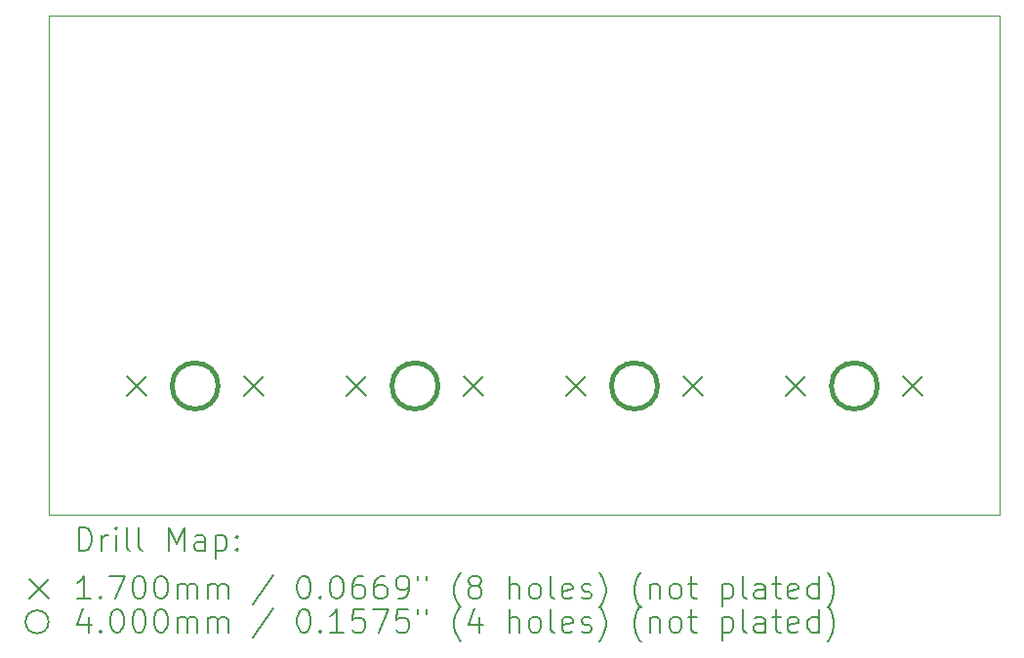
<source format=gbr>
%TF.GenerationSoftware,KiCad,Pcbnew,9.0.6*%
%TF.CreationDate,2025-12-02T23:32:15+00:00*%
%TF.ProjectId,MyPCB,4d795043-422e-46b6-9963-61645f706362,rev?*%
%TF.SameCoordinates,Original*%
%TF.FileFunction,Drillmap*%
%TF.FilePolarity,Positive*%
%FSLAX45Y45*%
G04 Gerber Fmt 4.5, Leading zero omitted, Abs format (unit mm)*
G04 Created by KiCad (PCBNEW 9.0.6) date 2025-12-02 23:32:15*
%MOMM*%
%LPD*%
G01*
G04 APERTURE LIST*
%ADD10C,0.050000*%
%ADD11C,0.200000*%
%ADD12C,0.170000*%
%ADD13C,0.400000*%
G04 APERTURE END LIST*
D10*
X15920000Y-8339000D02*
X24163000Y-8339000D01*
X24163000Y-12674000D01*
X15920000Y-12674000D01*
X15920000Y-8339000D01*
D11*
D12*
X16595000Y-11472000D02*
X16765000Y-11642000D01*
X16765000Y-11472000D02*
X16595000Y-11642000D01*
X17611000Y-11472000D02*
X17781000Y-11642000D01*
X17781000Y-11472000D02*
X17611000Y-11642000D01*
X18502333Y-11472000D02*
X18672333Y-11642000D01*
X18672333Y-11472000D02*
X18502333Y-11642000D01*
X19518333Y-11472000D02*
X19688333Y-11642000D01*
X19688333Y-11472000D02*
X19518333Y-11642000D01*
X20406000Y-11472000D02*
X20576000Y-11642000D01*
X20576000Y-11472000D02*
X20406000Y-11642000D01*
X21422000Y-11472000D02*
X21592000Y-11642000D01*
X21592000Y-11472000D02*
X21422000Y-11642000D01*
X22313000Y-11472000D02*
X22483000Y-11642000D01*
X22483000Y-11472000D02*
X22313000Y-11642000D01*
X23329000Y-11472000D02*
X23499000Y-11642000D01*
X23499000Y-11472000D02*
X23329000Y-11642000D01*
D13*
X17388000Y-11557000D02*
G75*
G02*
X16988000Y-11557000I-200000J0D01*
G01*
X16988000Y-11557000D02*
G75*
G02*
X17388000Y-11557000I200000J0D01*
G01*
X19295333Y-11557000D02*
G75*
G02*
X18895333Y-11557000I-200000J0D01*
G01*
X18895333Y-11557000D02*
G75*
G02*
X19295333Y-11557000I200000J0D01*
G01*
X21199000Y-11557000D02*
G75*
G02*
X20799000Y-11557000I-200000J0D01*
G01*
X20799000Y-11557000D02*
G75*
G02*
X21199000Y-11557000I200000J0D01*
G01*
X23106000Y-11557000D02*
G75*
G02*
X22706000Y-11557000I-200000J0D01*
G01*
X22706000Y-11557000D02*
G75*
G02*
X23106000Y-11557000I200000J0D01*
G01*
D11*
X16178277Y-12987984D02*
X16178277Y-12787984D01*
X16178277Y-12787984D02*
X16225896Y-12787984D01*
X16225896Y-12787984D02*
X16254467Y-12797508D01*
X16254467Y-12797508D02*
X16273515Y-12816555D01*
X16273515Y-12816555D02*
X16283039Y-12835603D01*
X16283039Y-12835603D02*
X16292562Y-12873698D01*
X16292562Y-12873698D02*
X16292562Y-12902269D01*
X16292562Y-12902269D02*
X16283039Y-12940365D01*
X16283039Y-12940365D02*
X16273515Y-12959412D01*
X16273515Y-12959412D02*
X16254467Y-12978460D01*
X16254467Y-12978460D02*
X16225896Y-12987984D01*
X16225896Y-12987984D02*
X16178277Y-12987984D01*
X16378277Y-12987984D02*
X16378277Y-12854650D01*
X16378277Y-12892746D02*
X16387801Y-12873698D01*
X16387801Y-12873698D02*
X16397324Y-12864174D01*
X16397324Y-12864174D02*
X16416372Y-12854650D01*
X16416372Y-12854650D02*
X16435420Y-12854650D01*
X16502086Y-12987984D02*
X16502086Y-12854650D01*
X16502086Y-12787984D02*
X16492562Y-12797508D01*
X16492562Y-12797508D02*
X16502086Y-12807031D01*
X16502086Y-12807031D02*
X16511610Y-12797508D01*
X16511610Y-12797508D02*
X16502086Y-12787984D01*
X16502086Y-12787984D02*
X16502086Y-12807031D01*
X16625896Y-12987984D02*
X16606848Y-12978460D01*
X16606848Y-12978460D02*
X16597324Y-12959412D01*
X16597324Y-12959412D02*
X16597324Y-12787984D01*
X16730658Y-12987984D02*
X16711610Y-12978460D01*
X16711610Y-12978460D02*
X16702086Y-12959412D01*
X16702086Y-12959412D02*
X16702086Y-12787984D01*
X16959229Y-12987984D02*
X16959229Y-12787984D01*
X16959229Y-12787984D02*
X17025896Y-12930841D01*
X17025896Y-12930841D02*
X17092563Y-12787984D01*
X17092563Y-12787984D02*
X17092563Y-12987984D01*
X17273515Y-12987984D02*
X17273515Y-12883222D01*
X17273515Y-12883222D02*
X17263991Y-12864174D01*
X17263991Y-12864174D02*
X17244944Y-12854650D01*
X17244944Y-12854650D02*
X17206848Y-12854650D01*
X17206848Y-12854650D02*
X17187801Y-12864174D01*
X17273515Y-12978460D02*
X17254467Y-12987984D01*
X17254467Y-12987984D02*
X17206848Y-12987984D01*
X17206848Y-12987984D02*
X17187801Y-12978460D01*
X17187801Y-12978460D02*
X17178277Y-12959412D01*
X17178277Y-12959412D02*
X17178277Y-12940365D01*
X17178277Y-12940365D02*
X17187801Y-12921317D01*
X17187801Y-12921317D02*
X17206848Y-12911793D01*
X17206848Y-12911793D02*
X17254467Y-12911793D01*
X17254467Y-12911793D02*
X17273515Y-12902269D01*
X17368753Y-12854650D02*
X17368753Y-13054650D01*
X17368753Y-12864174D02*
X17387801Y-12854650D01*
X17387801Y-12854650D02*
X17425896Y-12854650D01*
X17425896Y-12854650D02*
X17444944Y-12864174D01*
X17444944Y-12864174D02*
X17454467Y-12873698D01*
X17454467Y-12873698D02*
X17463991Y-12892746D01*
X17463991Y-12892746D02*
X17463991Y-12949888D01*
X17463991Y-12949888D02*
X17454467Y-12968936D01*
X17454467Y-12968936D02*
X17444944Y-12978460D01*
X17444944Y-12978460D02*
X17425896Y-12987984D01*
X17425896Y-12987984D02*
X17387801Y-12987984D01*
X17387801Y-12987984D02*
X17368753Y-12978460D01*
X17549705Y-12968936D02*
X17559229Y-12978460D01*
X17559229Y-12978460D02*
X17549705Y-12987984D01*
X17549705Y-12987984D02*
X17540182Y-12978460D01*
X17540182Y-12978460D02*
X17549705Y-12968936D01*
X17549705Y-12968936D02*
X17549705Y-12987984D01*
X17549705Y-12864174D02*
X17559229Y-12873698D01*
X17559229Y-12873698D02*
X17549705Y-12883222D01*
X17549705Y-12883222D02*
X17540182Y-12873698D01*
X17540182Y-12873698D02*
X17549705Y-12864174D01*
X17549705Y-12864174D02*
X17549705Y-12883222D01*
D12*
X15747500Y-13231500D02*
X15917500Y-13401500D01*
X15917500Y-13231500D02*
X15747500Y-13401500D01*
D11*
X16283039Y-13407984D02*
X16168753Y-13407984D01*
X16225896Y-13407984D02*
X16225896Y-13207984D01*
X16225896Y-13207984D02*
X16206848Y-13236555D01*
X16206848Y-13236555D02*
X16187801Y-13255603D01*
X16187801Y-13255603D02*
X16168753Y-13265127D01*
X16368753Y-13388936D02*
X16378277Y-13398460D01*
X16378277Y-13398460D02*
X16368753Y-13407984D01*
X16368753Y-13407984D02*
X16359229Y-13398460D01*
X16359229Y-13398460D02*
X16368753Y-13388936D01*
X16368753Y-13388936D02*
X16368753Y-13407984D01*
X16444943Y-13207984D02*
X16578277Y-13207984D01*
X16578277Y-13207984D02*
X16492562Y-13407984D01*
X16692562Y-13207984D02*
X16711610Y-13207984D01*
X16711610Y-13207984D02*
X16730658Y-13217508D01*
X16730658Y-13217508D02*
X16740182Y-13227031D01*
X16740182Y-13227031D02*
X16749705Y-13246079D01*
X16749705Y-13246079D02*
X16759229Y-13284174D01*
X16759229Y-13284174D02*
X16759229Y-13331793D01*
X16759229Y-13331793D02*
X16749705Y-13369888D01*
X16749705Y-13369888D02*
X16740182Y-13388936D01*
X16740182Y-13388936D02*
X16730658Y-13398460D01*
X16730658Y-13398460D02*
X16711610Y-13407984D01*
X16711610Y-13407984D02*
X16692562Y-13407984D01*
X16692562Y-13407984D02*
X16673515Y-13398460D01*
X16673515Y-13398460D02*
X16663991Y-13388936D01*
X16663991Y-13388936D02*
X16654467Y-13369888D01*
X16654467Y-13369888D02*
X16644943Y-13331793D01*
X16644943Y-13331793D02*
X16644943Y-13284174D01*
X16644943Y-13284174D02*
X16654467Y-13246079D01*
X16654467Y-13246079D02*
X16663991Y-13227031D01*
X16663991Y-13227031D02*
X16673515Y-13217508D01*
X16673515Y-13217508D02*
X16692562Y-13207984D01*
X16883039Y-13207984D02*
X16902086Y-13207984D01*
X16902086Y-13207984D02*
X16921134Y-13217508D01*
X16921134Y-13217508D02*
X16930658Y-13227031D01*
X16930658Y-13227031D02*
X16940182Y-13246079D01*
X16940182Y-13246079D02*
X16949705Y-13284174D01*
X16949705Y-13284174D02*
X16949705Y-13331793D01*
X16949705Y-13331793D02*
X16940182Y-13369888D01*
X16940182Y-13369888D02*
X16930658Y-13388936D01*
X16930658Y-13388936D02*
X16921134Y-13398460D01*
X16921134Y-13398460D02*
X16902086Y-13407984D01*
X16902086Y-13407984D02*
X16883039Y-13407984D01*
X16883039Y-13407984D02*
X16863991Y-13398460D01*
X16863991Y-13398460D02*
X16854467Y-13388936D01*
X16854467Y-13388936D02*
X16844944Y-13369888D01*
X16844944Y-13369888D02*
X16835420Y-13331793D01*
X16835420Y-13331793D02*
X16835420Y-13284174D01*
X16835420Y-13284174D02*
X16844944Y-13246079D01*
X16844944Y-13246079D02*
X16854467Y-13227031D01*
X16854467Y-13227031D02*
X16863991Y-13217508D01*
X16863991Y-13217508D02*
X16883039Y-13207984D01*
X17035420Y-13407984D02*
X17035420Y-13274650D01*
X17035420Y-13293698D02*
X17044944Y-13284174D01*
X17044944Y-13284174D02*
X17063991Y-13274650D01*
X17063991Y-13274650D02*
X17092563Y-13274650D01*
X17092563Y-13274650D02*
X17111610Y-13284174D01*
X17111610Y-13284174D02*
X17121134Y-13303222D01*
X17121134Y-13303222D02*
X17121134Y-13407984D01*
X17121134Y-13303222D02*
X17130658Y-13284174D01*
X17130658Y-13284174D02*
X17149705Y-13274650D01*
X17149705Y-13274650D02*
X17178277Y-13274650D01*
X17178277Y-13274650D02*
X17197325Y-13284174D01*
X17197325Y-13284174D02*
X17206848Y-13303222D01*
X17206848Y-13303222D02*
X17206848Y-13407984D01*
X17302086Y-13407984D02*
X17302086Y-13274650D01*
X17302086Y-13293698D02*
X17311610Y-13284174D01*
X17311610Y-13284174D02*
X17330658Y-13274650D01*
X17330658Y-13274650D02*
X17359229Y-13274650D01*
X17359229Y-13274650D02*
X17378277Y-13284174D01*
X17378277Y-13284174D02*
X17387801Y-13303222D01*
X17387801Y-13303222D02*
X17387801Y-13407984D01*
X17387801Y-13303222D02*
X17397325Y-13284174D01*
X17397325Y-13284174D02*
X17416372Y-13274650D01*
X17416372Y-13274650D02*
X17444944Y-13274650D01*
X17444944Y-13274650D02*
X17463991Y-13284174D01*
X17463991Y-13284174D02*
X17473515Y-13303222D01*
X17473515Y-13303222D02*
X17473515Y-13407984D01*
X17863991Y-13198460D02*
X17692563Y-13455603D01*
X18121134Y-13207984D02*
X18140182Y-13207984D01*
X18140182Y-13207984D02*
X18159229Y-13217508D01*
X18159229Y-13217508D02*
X18168753Y-13227031D01*
X18168753Y-13227031D02*
X18178277Y-13246079D01*
X18178277Y-13246079D02*
X18187801Y-13284174D01*
X18187801Y-13284174D02*
X18187801Y-13331793D01*
X18187801Y-13331793D02*
X18178277Y-13369888D01*
X18178277Y-13369888D02*
X18168753Y-13388936D01*
X18168753Y-13388936D02*
X18159229Y-13398460D01*
X18159229Y-13398460D02*
X18140182Y-13407984D01*
X18140182Y-13407984D02*
X18121134Y-13407984D01*
X18121134Y-13407984D02*
X18102087Y-13398460D01*
X18102087Y-13398460D02*
X18092563Y-13388936D01*
X18092563Y-13388936D02*
X18083039Y-13369888D01*
X18083039Y-13369888D02*
X18073515Y-13331793D01*
X18073515Y-13331793D02*
X18073515Y-13284174D01*
X18073515Y-13284174D02*
X18083039Y-13246079D01*
X18083039Y-13246079D02*
X18092563Y-13227031D01*
X18092563Y-13227031D02*
X18102087Y-13217508D01*
X18102087Y-13217508D02*
X18121134Y-13207984D01*
X18273515Y-13388936D02*
X18283039Y-13398460D01*
X18283039Y-13398460D02*
X18273515Y-13407984D01*
X18273515Y-13407984D02*
X18263991Y-13398460D01*
X18263991Y-13398460D02*
X18273515Y-13388936D01*
X18273515Y-13388936D02*
X18273515Y-13407984D01*
X18406848Y-13207984D02*
X18425896Y-13207984D01*
X18425896Y-13207984D02*
X18444944Y-13217508D01*
X18444944Y-13217508D02*
X18454468Y-13227031D01*
X18454468Y-13227031D02*
X18463991Y-13246079D01*
X18463991Y-13246079D02*
X18473515Y-13284174D01*
X18473515Y-13284174D02*
X18473515Y-13331793D01*
X18473515Y-13331793D02*
X18463991Y-13369888D01*
X18463991Y-13369888D02*
X18454468Y-13388936D01*
X18454468Y-13388936D02*
X18444944Y-13398460D01*
X18444944Y-13398460D02*
X18425896Y-13407984D01*
X18425896Y-13407984D02*
X18406848Y-13407984D01*
X18406848Y-13407984D02*
X18387801Y-13398460D01*
X18387801Y-13398460D02*
X18378277Y-13388936D01*
X18378277Y-13388936D02*
X18368753Y-13369888D01*
X18368753Y-13369888D02*
X18359229Y-13331793D01*
X18359229Y-13331793D02*
X18359229Y-13284174D01*
X18359229Y-13284174D02*
X18368753Y-13246079D01*
X18368753Y-13246079D02*
X18378277Y-13227031D01*
X18378277Y-13227031D02*
X18387801Y-13217508D01*
X18387801Y-13217508D02*
X18406848Y-13207984D01*
X18644944Y-13207984D02*
X18606848Y-13207984D01*
X18606848Y-13207984D02*
X18587801Y-13217508D01*
X18587801Y-13217508D02*
X18578277Y-13227031D01*
X18578277Y-13227031D02*
X18559229Y-13255603D01*
X18559229Y-13255603D02*
X18549706Y-13293698D01*
X18549706Y-13293698D02*
X18549706Y-13369888D01*
X18549706Y-13369888D02*
X18559229Y-13388936D01*
X18559229Y-13388936D02*
X18568753Y-13398460D01*
X18568753Y-13398460D02*
X18587801Y-13407984D01*
X18587801Y-13407984D02*
X18625896Y-13407984D01*
X18625896Y-13407984D02*
X18644944Y-13398460D01*
X18644944Y-13398460D02*
X18654468Y-13388936D01*
X18654468Y-13388936D02*
X18663991Y-13369888D01*
X18663991Y-13369888D02*
X18663991Y-13322269D01*
X18663991Y-13322269D02*
X18654468Y-13303222D01*
X18654468Y-13303222D02*
X18644944Y-13293698D01*
X18644944Y-13293698D02*
X18625896Y-13284174D01*
X18625896Y-13284174D02*
X18587801Y-13284174D01*
X18587801Y-13284174D02*
X18568753Y-13293698D01*
X18568753Y-13293698D02*
X18559229Y-13303222D01*
X18559229Y-13303222D02*
X18549706Y-13322269D01*
X18835420Y-13207984D02*
X18797325Y-13207984D01*
X18797325Y-13207984D02*
X18778277Y-13217508D01*
X18778277Y-13217508D02*
X18768753Y-13227031D01*
X18768753Y-13227031D02*
X18749706Y-13255603D01*
X18749706Y-13255603D02*
X18740182Y-13293698D01*
X18740182Y-13293698D02*
X18740182Y-13369888D01*
X18740182Y-13369888D02*
X18749706Y-13388936D01*
X18749706Y-13388936D02*
X18759229Y-13398460D01*
X18759229Y-13398460D02*
X18778277Y-13407984D01*
X18778277Y-13407984D02*
X18816372Y-13407984D01*
X18816372Y-13407984D02*
X18835420Y-13398460D01*
X18835420Y-13398460D02*
X18844944Y-13388936D01*
X18844944Y-13388936D02*
X18854468Y-13369888D01*
X18854468Y-13369888D02*
X18854468Y-13322269D01*
X18854468Y-13322269D02*
X18844944Y-13303222D01*
X18844944Y-13303222D02*
X18835420Y-13293698D01*
X18835420Y-13293698D02*
X18816372Y-13284174D01*
X18816372Y-13284174D02*
X18778277Y-13284174D01*
X18778277Y-13284174D02*
X18759229Y-13293698D01*
X18759229Y-13293698D02*
X18749706Y-13303222D01*
X18749706Y-13303222D02*
X18740182Y-13322269D01*
X18949706Y-13407984D02*
X18987801Y-13407984D01*
X18987801Y-13407984D02*
X19006849Y-13398460D01*
X19006849Y-13398460D02*
X19016372Y-13388936D01*
X19016372Y-13388936D02*
X19035420Y-13360365D01*
X19035420Y-13360365D02*
X19044944Y-13322269D01*
X19044944Y-13322269D02*
X19044944Y-13246079D01*
X19044944Y-13246079D02*
X19035420Y-13227031D01*
X19035420Y-13227031D02*
X19025896Y-13217508D01*
X19025896Y-13217508D02*
X19006849Y-13207984D01*
X19006849Y-13207984D02*
X18968753Y-13207984D01*
X18968753Y-13207984D02*
X18949706Y-13217508D01*
X18949706Y-13217508D02*
X18940182Y-13227031D01*
X18940182Y-13227031D02*
X18930658Y-13246079D01*
X18930658Y-13246079D02*
X18930658Y-13293698D01*
X18930658Y-13293698D02*
X18940182Y-13312746D01*
X18940182Y-13312746D02*
X18949706Y-13322269D01*
X18949706Y-13322269D02*
X18968753Y-13331793D01*
X18968753Y-13331793D02*
X19006849Y-13331793D01*
X19006849Y-13331793D02*
X19025896Y-13322269D01*
X19025896Y-13322269D02*
X19035420Y-13312746D01*
X19035420Y-13312746D02*
X19044944Y-13293698D01*
X19121134Y-13207984D02*
X19121134Y-13246079D01*
X19197325Y-13207984D02*
X19197325Y-13246079D01*
X19492563Y-13484174D02*
X19483039Y-13474650D01*
X19483039Y-13474650D02*
X19463991Y-13446079D01*
X19463991Y-13446079D02*
X19454468Y-13427031D01*
X19454468Y-13427031D02*
X19444944Y-13398460D01*
X19444944Y-13398460D02*
X19435420Y-13350841D01*
X19435420Y-13350841D02*
X19435420Y-13312746D01*
X19435420Y-13312746D02*
X19444944Y-13265127D01*
X19444944Y-13265127D02*
X19454468Y-13236555D01*
X19454468Y-13236555D02*
X19463991Y-13217508D01*
X19463991Y-13217508D02*
X19483039Y-13188936D01*
X19483039Y-13188936D02*
X19492563Y-13179412D01*
X19597325Y-13293698D02*
X19578277Y-13284174D01*
X19578277Y-13284174D02*
X19568753Y-13274650D01*
X19568753Y-13274650D02*
X19559230Y-13255603D01*
X19559230Y-13255603D02*
X19559230Y-13246079D01*
X19559230Y-13246079D02*
X19568753Y-13227031D01*
X19568753Y-13227031D02*
X19578277Y-13217508D01*
X19578277Y-13217508D02*
X19597325Y-13207984D01*
X19597325Y-13207984D02*
X19635420Y-13207984D01*
X19635420Y-13207984D02*
X19654468Y-13217508D01*
X19654468Y-13217508D02*
X19663991Y-13227031D01*
X19663991Y-13227031D02*
X19673515Y-13246079D01*
X19673515Y-13246079D02*
X19673515Y-13255603D01*
X19673515Y-13255603D02*
X19663991Y-13274650D01*
X19663991Y-13274650D02*
X19654468Y-13284174D01*
X19654468Y-13284174D02*
X19635420Y-13293698D01*
X19635420Y-13293698D02*
X19597325Y-13293698D01*
X19597325Y-13293698D02*
X19578277Y-13303222D01*
X19578277Y-13303222D02*
X19568753Y-13312746D01*
X19568753Y-13312746D02*
X19559230Y-13331793D01*
X19559230Y-13331793D02*
X19559230Y-13369888D01*
X19559230Y-13369888D02*
X19568753Y-13388936D01*
X19568753Y-13388936D02*
X19578277Y-13398460D01*
X19578277Y-13398460D02*
X19597325Y-13407984D01*
X19597325Y-13407984D02*
X19635420Y-13407984D01*
X19635420Y-13407984D02*
X19654468Y-13398460D01*
X19654468Y-13398460D02*
X19663991Y-13388936D01*
X19663991Y-13388936D02*
X19673515Y-13369888D01*
X19673515Y-13369888D02*
X19673515Y-13331793D01*
X19673515Y-13331793D02*
X19663991Y-13312746D01*
X19663991Y-13312746D02*
X19654468Y-13303222D01*
X19654468Y-13303222D02*
X19635420Y-13293698D01*
X19911611Y-13407984D02*
X19911611Y-13207984D01*
X19997325Y-13407984D02*
X19997325Y-13303222D01*
X19997325Y-13303222D02*
X19987801Y-13284174D01*
X19987801Y-13284174D02*
X19968753Y-13274650D01*
X19968753Y-13274650D02*
X19940182Y-13274650D01*
X19940182Y-13274650D02*
X19921134Y-13284174D01*
X19921134Y-13284174D02*
X19911611Y-13293698D01*
X20121134Y-13407984D02*
X20102087Y-13398460D01*
X20102087Y-13398460D02*
X20092563Y-13388936D01*
X20092563Y-13388936D02*
X20083039Y-13369888D01*
X20083039Y-13369888D02*
X20083039Y-13312746D01*
X20083039Y-13312746D02*
X20092563Y-13293698D01*
X20092563Y-13293698D02*
X20102087Y-13284174D01*
X20102087Y-13284174D02*
X20121134Y-13274650D01*
X20121134Y-13274650D02*
X20149706Y-13274650D01*
X20149706Y-13274650D02*
X20168753Y-13284174D01*
X20168753Y-13284174D02*
X20178277Y-13293698D01*
X20178277Y-13293698D02*
X20187801Y-13312746D01*
X20187801Y-13312746D02*
X20187801Y-13369888D01*
X20187801Y-13369888D02*
X20178277Y-13388936D01*
X20178277Y-13388936D02*
X20168753Y-13398460D01*
X20168753Y-13398460D02*
X20149706Y-13407984D01*
X20149706Y-13407984D02*
X20121134Y-13407984D01*
X20302087Y-13407984D02*
X20283039Y-13398460D01*
X20283039Y-13398460D02*
X20273515Y-13379412D01*
X20273515Y-13379412D02*
X20273515Y-13207984D01*
X20454468Y-13398460D02*
X20435420Y-13407984D01*
X20435420Y-13407984D02*
X20397325Y-13407984D01*
X20397325Y-13407984D02*
X20378277Y-13398460D01*
X20378277Y-13398460D02*
X20368753Y-13379412D01*
X20368753Y-13379412D02*
X20368753Y-13303222D01*
X20368753Y-13303222D02*
X20378277Y-13284174D01*
X20378277Y-13284174D02*
X20397325Y-13274650D01*
X20397325Y-13274650D02*
X20435420Y-13274650D01*
X20435420Y-13274650D02*
X20454468Y-13284174D01*
X20454468Y-13284174D02*
X20463992Y-13303222D01*
X20463992Y-13303222D02*
X20463992Y-13322269D01*
X20463992Y-13322269D02*
X20368753Y-13341317D01*
X20540182Y-13398460D02*
X20559230Y-13407984D01*
X20559230Y-13407984D02*
X20597325Y-13407984D01*
X20597325Y-13407984D02*
X20616373Y-13398460D01*
X20616373Y-13398460D02*
X20625896Y-13379412D01*
X20625896Y-13379412D02*
X20625896Y-13369888D01*
X20625896Y-13369888D02*
X20616373Y-13350841D01*
X20616373Y-13350841D02*
X20597325Y-13341317D01*
X20597325Y-13341317D02*
X20568753Y-13341317D01*
X20568753Y-13341317D02*
X20549706Y-13331793D01*
X20549706Y-13331793D02*
X20540182Y-13312746D01*
X20540182Y-13312746D02*
X20540182Y-13303222D01*
X20540182Y-13303222D02*
X20549706Y-13284174D01*
X20549706Y-13284174D02*
X20568753Y-13274650D01*
X20568753Y-13274650D02*
X20597325Y-13274650D01*
X20597325Y-13274650D02*
X20616373Y-13284174D01*
X20692563Y-13484174D02*
X20702087Y-13474650D01*
X20702087Y-13474650D02*
X20721134Y-13446079D01*
X20721134Y-13446079D02*
X20730658Y-13427031D01*
X20730658Y-13427031D02*
X20740182Y-13398460D01*
X20740182Y-13398460D02*
X20749706Y-13350841D01*
X20749706Y-13350841D02*
X20749706Y-13312746D01*
X20749706Y-13312746D02*
X20740182Y-13265127D01*
X20740182Y-13265127D02*
X20730658Y-13236555D01*
X20730658Y-13236555D02*
X20721134Y-13217508D01*
X20721134Y-13217508D02*
X20702087Y-13188936D01*
X20702087Y-13188936D02*
X20692563Y-13179412D01*
X21054468Y-13484174D02*
X21044944Y-13474650D01*
X21044944Y-13474650D02*
X21025896Y-13446079D01*
X21025896Y-13446079D02*
X21016373Y-13427031D01*
X21016373Y-13427031D02*
X21006849Y-13398460D01*
X21006849Y-13398460D02*
X20997325Y-13350841D01*
X20997325Y-13350841D02*
X20997325Y-13312746D01*
X20997325Y-13312746D02*
X21006849Y-13265127D01*
X21006849Y-13265127D02*
X21016373Y-13236555D01*
X21016373Y-13236555D02*
X21025896Y-13217508D01*
X21025896Y-13217508D02*
X21044944Y-13188936D01*
X21044944Y-13188936D02*
X21054468Y-13179412D01*
X21130658Y-13274650D02*
X21130658Y-13407984D01*
X21130658Y-13293698D02*
X21140182Y-13284174D01*
X21140182Y-13284174D02*
X21159230Y-13274650D01*
X21159230Y-13274650D02*
X21187801Y-13274650D01*
X21187801Y-13274650D02*
X21206849Y-13284174D01*
X21206849Y-13284174D02*
X21216373Y-13303222D01*
X21216373Y-13303222D02*
X21216373Y-13407984D01*
X21340182Y-13407984D02*
X21321134Y-13398460D01*
X21321134Y-13398460D02*
X21311611Y-13388936D01*
X21311611Y-13388936D02*
X21302087Y-13369888D01*
X21302087Y-13369888D02*
X21302087Y-13312746D01*
X21302087Y-13312746D02*
X21311611Y-13293698D01*
X21311611Y-13293698D02*
X21321134Y-13284174D01*
X21321134Y-13284174D02*
X21340182Y-13274650D01*
X21340182Y-13274650D02*
X21368754Y-13274650D01*
X21368754Y-13274650D02*
X21387801Y-13284174D01*
X21387801Y-13284174D02*
X21397325Y-13293698D01*
X21397325Y-13293698D02*
X21406849Y-13312746D01*
X21406849Y-13312746D02*
X21406849Y-13369888D01*
X21406849Y-13369888D02*
X21397325Y-13388936D01*
X21397325Y-13388936D02*
X21387801Y-13398460D01*
X21387801Y-13398460D02*
X21368754Y-13407984D01*
X21368754Y-13407984D02*
X21340182Y-13407984D01*
X21463992Y-13274650D02*
X21540182Y-13274650D01*
X21492563Y-13207984D02*
X21492563Y-13379412D01*
X21492563Y-13379412D02*
X21502087Y-13398460D01*
X21502087Y-13398460D02*
X21521134Y-13407984D01*
X21521134Y-13407984D02*
X21540182Y-13407984D01*
X21759230Y-13274650D02*
X21759230Y-13474650D01*
X21759230Y-13284174D02*
X21778277Y-13274650D01*
X21778277Y-13274650D02*
X21816373Y-13274650D01*
X21816373Y-13274650D02*
X21835420Y-13284174D01*
X21835420Y-13284174D02*
X21844944Y-13293698D01*
X21844944Y-13293698D02*
X21854468Y-13312746D01*
X21854468Y-13312746D02*
X21854468Y-13369888D01*
X21854468Y-13369888D02*
X21844944Y-13388936D01*
X21844944Y-13388936D02*
X21835420Y-13398460D01*
X21835420Y-13398460D02*
X21816373Y-13407984D01*
X21816373Y-13407984D02*
X21778277Y-13407984D01*
X21778277Y-13407984D02*
X21759230Y-13398460D01*
X21968754Y-13407984D02*
X21949706Y-13398460D01*
X21949706Y-13398460D02*
X21940182Y-13379412D01*
X21940182Y-13379412D02*
X21940182Y-13207984D01*
X22130658Y-13407984D02*
X22130658Y-13303222D01*
X22130658Y-13303222D02*
X22121135Y-13284174D01*
X22121135Y-13284174D02*
X22102087Y-13274650D01*
X22102087Y-13274650D02*
X22063992Y-13274650D01*
X22063992Y-13274650D02*
X22044944Y-13284174D01*
X22130658Y-13398460D02*
X22111611Y-13407984D01*
X22111611Y-13407984D02*
X22063992Y-13407984D01*
X22063992Y-13407984D02*
X22044944Y-13398460D01*
X22044944Y-13398460D02*
X22035420Y-13379412D01*
X22035420Y-13379412D02*
X22035420Y-13360365D01*
X22035420Y-13360365D02*
X22044944Y-13341317D01*
X22044944Y-13341317D02*
X22063992Y-13331793D01*
X22063992Y-13331793D02*
X22111611Y-13331793D01*
X22111611Y-13331793D02*
X22130658Y-13322269D01*
X22197325Y-13274650D02*
X22273515Y-13274650D01*
X22225896Y-13207984D02*
X22225896Y-13379412D01*
X22225896Y-13379412D02*
X22235420Y-13398460D01*
X22235420Y-13398460D02*
X22254468Y-13407984D01*
X22254468Y-13407984D02*
X22273515Y-13407984D01*
X22416373Y-13398460D02*
X22397325Y-13407984D01*
X22397325Y-13407984D02*
X22359230Y-13407984D01*
X22359230Y-13407984D02*
X22340182Y-13398460D01*
X22340182Y-13398460D02*
X22330658Y-13379412D01*
X22330658Y-13379412D02*
X22330658Y-13303222D01*
X22330658Y-13303222D02*
X22340182Y-13284174D01*
X22340182Y-13284174D02*
X22359230Y-13274650D01*
X22359230Y-13274650D02*
X22397325Y-13274650D01*
X22397325Y-13274650D02*
X22416373Y-13284174D01*
X22416373Y-13284174D02*
X22425896Y-13303222D01*
X22425896Y-13303222D02*
X22425896Y-13322269D01*
X22425896Y-13322269D02*
X22330658Y-13341317D01*
X22597325Y-13407984D02*
X22597325Y-13207984D01*
X22597325Y-13398460D02*
X22578277Y-13407984D01*
X22578277Y-13407984D02*
X22540182Y-13407984D01*
X22540182Y-13407984D02*
X22521134Y-13398460D01*
X22521134Y-13398460D02*
X22511611Y-13388936D01*
X22511611Y-13388936D02*
X22502087Y-13369888D01*
X22502087Y-13369888D02*
X22502087Y-13312746D01*
X22502087Y-13312746D02*
X22511611Y-13293698D01*
X22511611Y-13293698D02*
X22521134Y-13284174D01*
X22521134Y-13284174D02*
X22540182Y-13274650D01*
X22540182Y-13274650D02*
X22578277Y-13274650D01*
X22578277Y-13274650D02*
X22597325Y-13284174D01*
X22673515Y-13484174D02*
X22683039Y-13474650D01*
X22683039Y-13474650D02*
X22702087Y-13446079D01*
X22702087Y-13446079D02*
X22711611Y-13427031D01*
X22711611Y-13427031D02*
X22721134Y-13398460D01*
X22721134Y-13398460D02*
X22730658Y-13350841D01*
X22730658Y-13350841D02*
X22730658Y-13312746D01*
X22730658Y-13312746D02*
X22721134Y-13265127D01*
X22721134Y-13265127D02*
X22711611Y-13236555D01*
X22711611Y-13236555D02*
X22702087Y-13217508D01*
X22702087Y-13217508D02*
X22683039Y-13188936D01*
X22683039Y-13188936D02*
X22673515Y-13179412D01*
X15917500Y-13606500D02*
G75*
G02*
X15717500Y-13606500I-100000J0D01*
G01*
X15717500Y-13606500D02*
G75*
G02*
X15917500Y-13606500I100000J0D01*
G01*
X16263991Y-13564650D02*
X16263991Y-13697984D01*
X16216372Y-13488460D02*
X16168753Y-13631317D01*
X16168753Y-13631317D02*
X16292562Y-13631317D01*
X16368753Y-13678936D02*
X16378277Y-13688460D01*
X16378277Y-13688460D02*
X16368753Y-13697984D01*
X16368753Y-13697984D02*
X16359229Y-13688460D01*
X16359229Y-13688460D02*
X16368753Y-13678936D01*
X16368753Y-13678936D02*
X16368753Y-13697984D01*
X16502086Y-13497984D02*
X16521134Y-13497984D01*
X16521134Y-13497984D02*
X16540182Y-13507508D01*
X16540182Y-13507508D02*
X16549705Y-13517031D01*
X16549705Y-13517031D02*
X16559229Y-13536079D01*
X16559229Y-13536079D02*
X16568753Y-13574174D01*
X16568753Y-13574174D02*
X16568753Y-13621793D01*
X16568753Y-13621793D02*
X16559229Y-13659888D01*
X16559229Y-13659888D02*
X16549705Y-13678936D01*
X16549705Y-13678936D02*
X16540182Y-13688460D01*
X16540182Y-13688460D02*
X16521134Y-13697984D01*
X16521134Y-13697984D02*
X16502086Y-13697984D01*
X16502086Y-13697984D02*
X16483039Y-13688460D01*
X16483039Y-13688460D02*
X16473515Y-13678936D01*
X16473515Y-13678936D02*
X16463991Y-13659888D01*
X16463991Y-13659888D02*
X16454467Y-13621793D01*
X16454467Y-13621793D02*
X16454467Y-13574174D01*
X16454467Y-13574174D02*
X16463991Y-13536079D01*
X16463991Y-13536079D02*
X16473515Y-13517031D01*
X16473515Y-13517031D02*
X16483039Y-13507508D01*
X16483039Y-13507508D02*
X16502086Y-13497984D01*
X16692562Y-13497984D02*
X16711610Y-13497984D01*
X16711610Y-13497984D02*
X16730658Y-13507508D01*
X16730658Y-13507508D02*
X16740182Y-13517031D01*
X16740182Y-13517031D02*
X16749705Y-13536079D01*
X16749705Y-13536079D02*
X16759229Y-13574174D01*
X16759229Y-13574174D02*
X16759229Y-13621793D01*
X16759229Y-13621793D02*
X16749705Y-13659888D01*
X16749705Y-13659888D02*
X16740182Y-13678936D01*
X16740182Y-13678936D02*
X16730658Y-13688460D01*
X16730658Y-13688460D02*
X16711610Y-13697984D01*
X16711610Y-13697984D02*
X16692562Y-13697984D01*
X16692562Y-13697984D02*
X16673515Y-13688460D01*
X16673515Y-13688460D02*
X16663991Y-13678936D01*
X16663991Y-13678936D02*
X16654467Y-13659888D01*
X16654467Y-13659888D02*
X16644943Y-13621793D01*
X16644943Y-13621793D02*
X16644943Y-13574174D01*
X16644943Y-13574174D02*
X16654467Y-13536079D01*
X16654467Y-13536079D02*
X16663991Y-13517031D01*
X16663991Y-13517031D02*
X16673515Y-13507508D01*
X16673515Y-13507508D02*
X16692562Y-13497984D01*
X16883039Y-13497984D02*
X16902086Y-13497984D01*
X16902086Y-13497984D02*
X16921134Y-13507508D01*
X16921134Y-13507508D02*
X16930658Y-13517031D01*
X16930658Y-13517031D02*
X16940182Y-13536079D01*
X16940182Y-13536079D02*
X16949705Y-13574174D01*
X16949705Y-13574174D02*
X16949705Y-13621793D01*
X16949705Y-13621793D02*
X16940182Y-13659888D01*
X16940182Y-13659888D02*
X16930658Y-13678936D01*
X16930658Y-13678936D02*
X16921134Y-13688460D01*
X16921134Y-13688460D02*
X16902086Y-13697984D01*
X16902086Y-13697984D02*
X16883039Y-13697984D01*
X16883039Y-13697984D02*
X16863991Y-13688460D01*
X16863991Y-13688460D02*
X16854467Y-13678936D01*
X16854467Y-13678936D02*
X16844944Y-13659888D01*
X16844944Y-13659888D02*
X16835420Y-13621793D01*
X16835420Y-13621793D02*
X16835420Y-13574174D01*
X16835420Y-13574174D02*
X16844944Y-13536079D01*
X16844944Y-13536079D02*
X16854467Y-13517031D01*
X16854467Y-13517031D02*
X16863991Y-13507508D01*
X16863991Y-13507508D02*
X16883039Y-13497984D01*
X17035420Y-13697984D02*
X17035420Y-13564650D01*
X17035420Y-13583698D02*
X17044944Y-13574174D01*
X17044944Y-13574174D02*
X17063991Y-13564650D01*
X17063991Y-13564650D02*
X17092563Y-13564650D01*
X17092563Y-13564650D02*
X17111610Y-13574174D01*
X17111610Y-13574174D02*
X17121134Y-13593222D01*
X17121134Y-13593222D02*
X17121134Y-13697984D01*
X17121134Y-13593222D02*
X17130658Y-13574174D01*
X17130658Y-13574174D02*
X17149705Y-13564650D01*
X17149705Y-13564650D02*
X17178277Y-13564650D01*
X17178277Y-13564650D02*
X17197325Y-13574174D01*
X17197325Y-13574174D02*
X17206848Y-13593222D01*
X17206848Y-13593222D02*
X17206848Y-13697984D01*
X17302086Y-13697984D02*
X17302086Y-13564650D01*
X17302086Y-13583698D02*
X17311610Y-13574174D01*
X17311610Y-13574174D02*
X17330658Y-13564650D01*
X17330658Y-13564650D02*
X17359229Y-13564650D01*
X17359229Y-13564650D02*
X17378277Y-13574174D01*
X17378277Y-13574174D02*
X17387801Y-13593222D01*
X17387801Y-13593222D02*
X17387801Y-13697984D01*
X17387801Y-13593222D02*
X17397325Y-13574174D01*
X17397325Y-13574174D02*
X17416372Y-13564650D01*
X17416372Y-13564650D02*
X17444944Y-13564650D01*
X17444944Y-13564650D02*
X17463991Y-13574174D01*
X17463991Y-13574174D02*
X17473515Y-13593222D01*
X17473515Y-13593222D02*
X17473515Y-13697984D01*
X17863991Y-13488460D02*
X17692563Y-13745603D01*
X18121134Y-13497984D02*
X18140182Y-13497984D01*
X18140182Y-13497984D02*
X18159229Y-13507508D01*
X18159229Y-13507508D02*
X18168753Y-13517031D01*
X18168753Y-13517031D02*
X18178277Y-13536079D01*
X18178277Y-13536079D02*
X18187801Y-13574174D01*
X18187801Y-13574174D02*
X18187801Y-13621793D01*
X18187801Y-13621793D02*
X18178277Y-13659888D01*
X18178277Y-13659888D02*
X18168753Y-13678936D01*
X18168753Y-13678936D02*
X18159229Y-13688460D01*
X18159229Y-13688460D02*
X18140182Y-13697984D01*
X18140182Y-13697984D02*
X18121134Y-13697984D01*
X18121134Y-13697984D02*
X18102087Y-13688460D01*
X18102087Y-13688460D02*
X18092563Y-13678936D01*
X18092563Y-13678936D02*
X18083039Y-13659888D01*
X18083039Y-13659888D02*
X18073515Y-13621793D01*
X18073515Y-13621793D02*
X18073515Y-13574174D01*
X18073515Y-13574174D02*
X18083039Y-13536079D01*
X18083039Y-13536079D02*
X18092563Y-13517031D01*
X18092563Y-13517031D02*
X18102087Y-13507508D01*
X18102087Y-13507508D02*
X18121134Y-13497984D01*
X18273515Y-13678936D02*
X18283039Y-13688460D01*
X18283039Y-13688460D02*
X18273515Y-13697984D01*
X18273515Y-13697984D02*
X18263991Y-13688460D01*
X18263991Y-13688460D02*
X18273515Y-13678936D01*
X18273515Y-13678936D02*
X18273515Y-13697984D01*
X18473515Y-13697984D02*
X18359229Y-13697984D01*
X18416372Y-13697984D02*
X18416372Y-13497984D01*
X18416372Y-13497984D02*
X18397325Y-13526555D01*
X18397325Y-13526555D02*
X18378277Y-13545603D01*
X18378277Y-13545603D02*
X18359229Y-13555127D01*
X18654468Y-13497984D02*
X18559229Y-13497984D01*
X18559229Y-13497984D02*
X18549706Y-13593222D01*
X18549706Y-13593222D02*
X18559229Y-13583698D01*
X18559229Y-13583698D02*
X18578277Y-13574174D01*
X18578277Y-13574174D02*
X18625896Y-13574174D01*
X18625896Y-13574174D02*
X18644944Y-13583698D01*
X18644944Y-13583698D02*
X18654468Y-13593222D01*
X18654468Y-13593222D02*
X18663991Y-13612269D01*
X18663991Y-13612269D02*
X18663991Y-13659888D01*
X18663991Y-13659888D02*
X18654468Y-13678936D01*
X18654468Y-13678936D02*
X18644944Y-13688460D01*
X18644944Y-13688460D02*
X18625896Y-13697984D01*
X18625896Y-13697984D02*
X18578277Y-13697984D01*
X18578277Y-13697984D02*
X18559229Y-13688460D01*
X18559229Y-13688460D02*
X18549706Y-13678936D01*
X18730658Y-13497984D02*
X18863991Y-13497984D01*
X18863991Y-13497984D02*
X18778277Y-13697984D01*
X19035420Y-13497984D02*
X18940182Y-13497984D01*
X18940182Y-13497984D02*
X18930658Y-13593222D01*
X18930658Y-13593222D02*
X18940182Y-13583698D01*
X18940182Y-13583698D02*
X18959229Y-13574174D01*
X18959229Y-13574174D02*
X19006849Y-13574174D01*
X19006849Y-13574174D02*
X19025896Y-13583698D01*
X19025896Y-13583698D02*
X19035420Y-13593222D01*
X19035420Y-13593222D02*
X19044944Y-13612269D01*
X19044944Y-13612269D02*
X19044944Y-13659888D01*
X19044944Y-13659888D02*
X19035420Y-13678936D01*
X19035420Y-13678936D02*
X19025896Y-13688460D01*
X19025896Y-13688460D02*
X19006849Y-13697984D01*
X19006849Y-13697984D02*
X18959229Y-13697984D01*
X18959229Y-13697984D02*
X18940182Y-13688460D01*
X18940182Y-13688460D02*
X18930658Y-13678936D01*
X19121134Y-13497984D02*
X19121134Y-13536079D01*
X19197325Y-13497984D02*
X19197325Y-13536079D01*
X19492563Y-13774174D02*
X19483039Y-13764650D01*
X19483039Y-13764650D02*
X19463991Y-13736079D01*
X19463991Y-13736079D02*
X19454468Y-13717031D01*
X19454468Y-13717031D02*
X19444944Y-13688460D01*
X19444944Y-13688460D02*
X19435420Y-13640841D01*
X19435420Y-13640841D02*
X19435420Y-13602746D01*
X19435420Y-13602746D02*
X19444944Y-13555127D01*
X19444944Y-13555127D02*
X19454468Y-13526555D01*
X19454468Y-13526555D02*
X19463991Y-13507508D01*
X19463991Y-13507508D02*
X19483039Y-13478936D01*
X19483039Y-13478936D02*
X19492563Y-13469412D01*
X19654468Y-13564650D02*
X19654468Y-13697984D01*
X19606849Y-13488460D02*
X19559230Y-13631317D01*
X19559230Y-13631317D02*
X19683039Y-13631317D01*
X19911611Y-13697984D02*
X19911611Y-13497984D01*
X19997325Y-13697984D02*
X19997325Y-13593222D01*
X19997325Y-13593222D02*
X19987801Y-13574174D01*
X19987801Y-13574174D02*
X19968753Y-13564650D01*
X19968753Y-13564650D02*
X19940182Y-13564650D01*
X19940182Y-13564650D02*
X19921134Y-13574174D01*
X19921134Y-13574174D02*
X19911611Y-13583698D01*
X20121134Y-13697984D02*
X20102087Y-13688460D01*
X20102087Y-13688460D02*
X20092563Y-13678936D01*
X20092563Y-13678936D02*
X20083039Y-13659888D01*
X20083039Y-13659888D02*
X20083039Y-13602746D01*
X20083039Y-13602746D02*
X20092563Y-13583698D01*
X20092563Y-13583698D02*
X20102087Y-13574174D01*
X20102087Y-13574174D02*
X20121134Y-13564650D01*
X20121134Y-13564650D02*
X20149706Y-13564650D01*
X20149706Y-13564650D02*
X20168753Y-13574174D01*
X20168753Y-13574174D02*
X20178277Y-13583698D01*
X20178277Y-13583698D02*
X20187801Y-13602746D01*
X20187801Y-13602746D02*
X20187801Y-13659888D01*
X20187801Y-13659888D02*
X20178277Y-13678936D01*
X20178277Y-13678936D02*
X20168753Y-13688460D01*
X20168753Y-13688460D02*
X20149706Y-13697984D01*
X20149706Y-13697984D02*
X20121134Y-13697984D01*
X20302087Y-13697984D02*
X20283039Y-13688460D01*
X20283039Y-13688460D02*
X20273515Y-13669412D01*
X20273515Y-13669412D02*
X20273515Y-13497984D01*
X20454468Y-13688460D02*
X20435420Y-13697984D01*
X20435420Y-13697984D02*
X20397325Y-13697984D01*
X20397325Y-13697984D02*
X20378277Y-13688460D01*
X20378277Y-13688460D02*
X20368753Y-13669412D01*
X20368753Y-13669412D02*
X20368753Y-13593222D01*
X20368753Y-13593222D02*
X20378277Y-13574174D01*
X20378277Y-13574174D02*
X20397325Y-13564650D01*
X20397325Y-13564650D02*
X20435420Y-13564650D01*
X20435420Y-13564650D02*
X20454468Y-13574174D01*
X20454468Y-13574174D02*
X20463992Y-13593222D01*
X20463992Y-13593222D02*
X20463992Y-13612269D01*
X20463992Y-13612269D02*
X20368753Y-13631317D01*
X20540182Y-13688460D02*
X20559230Y-13697984D01*
X20559230Y-13697984D02*
X20597325Y-13697984D01*
X20597325Y-13697984D02*
X20616373Y-13688460D01*
X20616373Y-13688460D02*
X20625896Y-13669412D01*
X20625896Y-13669412D02*
X20625896Y-13659888D01*
X20625896Y-13659888D02*
X20616373Y-13640841D01*
X20616373Y-13640841D02*
X20597325Y-13631317D01*
X20597325Y-13631317D02*
X20568753Y-13631317D01*
X20568753Y-13631317D02*
X20549706Y-13621793D01*
X20549706Y-13621793D02*
X20540182Y-13602746D01*
X20540182Y-13602746D02*
X20540182Y-13593222D01*
X20540182Y-13593222D02*
X20549706Y-13574174D01*
X20549706Y-13574174D02*
X20568753Y-13564650D01*
X20568753Y-13564650D02*
X20597325Y-13564650D01*
X20597325Y-13564650D02*
X20616373Y-13574174D01*
X20692563Y-13774174D02*
X20702087Y-13764650D01*
X20702087Y-13764650D02*
X20721134Y-13736079D01*
X20721134Y-13736079D02*
X20730658Y-13717031D01*
X20730658Y-13717031D02*
X20740182Y-13688460D01*
X20740182Y-13688460D02*
X20749706Y-13640841D01*
X20749706Y-13640841D02*
X20749706Y-13602746D01*
X20749706Y-13602746D02*
X20740182Y-13555127D01*
X20740182Y-13555127D02*
X20730658Y-13526555D01*
X20730658Y-13526555D02*
X20721134Y-13507508D01*
X20721134Y-13507508D02*
X20702087Y-13478936D01*
X20702087Y-13478936D02*
X20692563Y-13469412D01*
X21054468Y-13774174D02*
X21044944Y-13764650D01*
X21044944Y-13764650D02*
X21025896Y-13736079D01*
X21025896Y-13736079D02*
X21016373Y-13717031D01*
X21016373Y-13717031D02*
X21006849Y-13688460D01*
X21006849Y-13688460D02*
X20997325Y-13640841D01*
X20997325Y-13640841D02*
X20997325Y-13602746D01*
X20997325Y-13602746D02*
X21006849Y-13555127D01*
X21006849Y-13555127D02*
X21016373Y-13526555D01*
X21016373Y-13526555D02*
X21025896Y-13507508D01*
X21025896Y-13507508D02*
X21044944Y-13478936D01*
X21044944Y-13478936D02*
X21054468Y-13469412D01*
X21130658Y-13564650D02*
X21130658Y-13697984D01*
X21130658Y-13583698D02*
X21140182Y-13574174D01*
X21140182Y-13574174D02*
X21159230Y-13564650D01*
X21159230Y-13564650D02*
X21187801Y-13564650D01*
X21187801Y-13564650D02*
X21206849Y-13574174D01*
X21206849Y-13574174D02*
X21216373Y-13593222D01*
X21216373Y-13593222D02*
X21216373Y-13697984D01*
X21340182Y-13697984D02*
X21321134Y-13688460D01*
X21321134Y-13688460D02*
X21311611Y-13678936D01*
X21311611Y-13678936D02*
X21302087Y-13659888D01*
X21302087Y-13659888D02*
X21302087Y-13602746D01*
X21302087Y-13602746D02*
X21311611Y-13583698D01*
X21311611Y-13583698D02*
X21321134Y-13574174D01*
X21321134Y-13574174D02*
X21340182Y-13564650D01*
X21340182Y-13564650D02*
X21368754Y-13564650D01*
X21368754Y-13564650D02*
X21387801Y-13574174D01*
X21387801Y-13574174D02*
X21397325Y-13583698D01*
X21397325Y-13583698D02*
X21406849Y-13602746D01*
X21406849Y-13602746D02*
X21406849Y-13659888D01*
X21406849Y-13659888D02*
X21397325Y-13678936D01*
X21397325Y-13678936D02*
X21387801Y-13688460D01*
X21387801Y-13688460D02*
X21368754Y-13697984D01*
X21368754Y-13697984D02*
X21340182Y-13697984D01*
X21463992Y-13564650D02*
X21540182Y-13564650D01*
X21492563Y-13497984D02*
X21492563Y-13669412D01*
X21492563Y-13669412D02*
X21502087Y-13688460D01*
X21502087Y-13688460D02*
X21521134Y-13697984D01*
X21521134Y-13697984D02*
X21540182Y-13697984D01*
X21759230Y-13564650D02*
X21759230Y-13764650D01*
X21759230Y-13574174D02*
X21778277Y-13564650D01*
X21778277Y-13564650D02*
X21816373Y-13564650D01*
X21816373Y-13564650D02*
X21835420Y-13574174D01*
X21835420Y-13574174D02*
X21844944Y-13583698D01*
X21844944Y-13583698D02*
X21854468Y-13602746D01*
X21854468Y-13602746D02*
X21854468Y-13659888D01*
X21854468Y-13659888D02*
X21844944Y-13678936D01*
X21844944Y-13678936D02*
X21835420Y-13688460D01*
X21835420Y-13688460D02*
X21816373Y-13697984D01*
X21816373Y-13697984D02*
X21778277Y-13697984D01*
X21778277Y-13697984D02*
X21759230Y-13688460D01*
X21968754Y-13697984D02*
X21949706Y-13688460D01*
X21949706Y-13688460D02*
X21940182Y-13669412D01*
X21940182Y-13669412D02*
X21940182Y-13497984D01*
X22130658Y-13697984D02*
X22130658Y-13593222D01*
X22130658Y-13593222D02*
X22121135Y-13574174D01*
X22121135Y-13574174D02*
X22102087Y-13564650D01*
X22102087Y-13564650D02*
X22063992Y-13564650D01*
X22063992Y-13564650D02*
X22044944Y-13574174D01*
X22130658Y-13688460D02*
X22111611Y-13697984D01*
X22111611Y-13697984D02*
X22063992Y-13697984D01*
X22063992Y-13697984D02*
X22044944Y-13688460D01*
X22044944Y-13688460D02*
X22035420Y-13669412D01*
X22035420Y-13669412D02*
X22035420Y-13650365D01*
X22035420Y-13650365D02*
X22044944Y-13631317D01*
X22044944Y-13631317D02*
X22063992Y-13621793D01*
X22063992Y-13621793D02*
X22111611Y-13621793D01*
X22111611Y-13621793D02*
X22130658Y-13612269D01*
X22197325Y-13564650D02*
X22273515Y-13564650D01*
X22225896Y-13497984D02*
X22225896Y-13669412D01*
X22225896Y-13669412D02*
X22235420Y-13688460D01*
X22235420Y-13688460D02*
X22254468Y-13697984D01*
X22254468Y-13697984D02*
X22273515Y-13697984D01*
X22416373Y-13688460D02*
X22397325Y-13697984D01*
X22397325Y-13697984D02*
X22359230Y-13697984D01*
X22359230Y-13697984D02*
X22340182Y-13688460D01*
X22340182Y-13688460D02*
X22330658Y-13669412D01*
X22330658Y-13669412D02*
X22330658Y-13593222D01*
X22330658Y-13593222D02*
X22340182Y-13574174D01*
X22340182Y-13574174D02*
X22359230Y-13564650D01*
X22359230Y-13564650D02*
X22397325Y-13564650D01*
X22397325Y-13564650D02*
X22416373Y-13574174D01*
X22416373Y-13574174D02*
X22425896Y-13593222D01*
X22425896Y-13593222D02*
X22425896Y-13612269D01*
X22425896Y-13612269D02*
X22330658Y-13631317D01*
X22597325Y-13697984D02*
X22597325Y-13497984D01*
X22597325Y-13688460D02*
X22578277Y-13697984D01*
X22578277Y-13697984D02*
X22540182Y-13697984D01*
X22540182Y-13697984D02*
X22521134Y-13688460D01*
X22521134Y-13688460D02*
X22511611Y-13678936D01*
X22511611Y-13678936D02*
X22502087Y-13659888D01*
X22502087Y-13659888D02*
X22502087Y-13602746D01*
X22502087Y-13602746D02*
X22511611Y-13583698D01*
X22511611Y-13583698D02*
X22521134Y-13574174D01*
X22521134Y-13574174D02*
X22540182Y-13564650D01*
X22540182Y-13564650D02*
X22578277Y-13564650D01*
X22578277Y-13564650D02*
X22597325Y-13574174D01*
X22673515Y-13774174D02*
X22683039Y-13764650D01*
X22683039Y-13764650D02*
X22702087Y-13736079D01*
X22702087Y-13736079D02*
X22711611Y-13717031D01*
X22711611Y-13717031D02*
X22721134Y-13688460D01*
X22721134Y-13688460D02*
X22730658Y-13640841D01*
X22730658Y-13640841D02*
X22730658Y-13602746D01*
X22730658Y-13602746D02*
X22721134Y-13555127D01*
X22721134Y-13555127D02*
X22711611Y-13526555D01*
X22711611Y-13526555D02*
X22702087Y-13507508D01*
X22702087Y-13507508D02*
X22683039Y-13478936D01*
X22683039Y-13478936D02*
X22673515Y-13469412D01*
M02*

</source>
